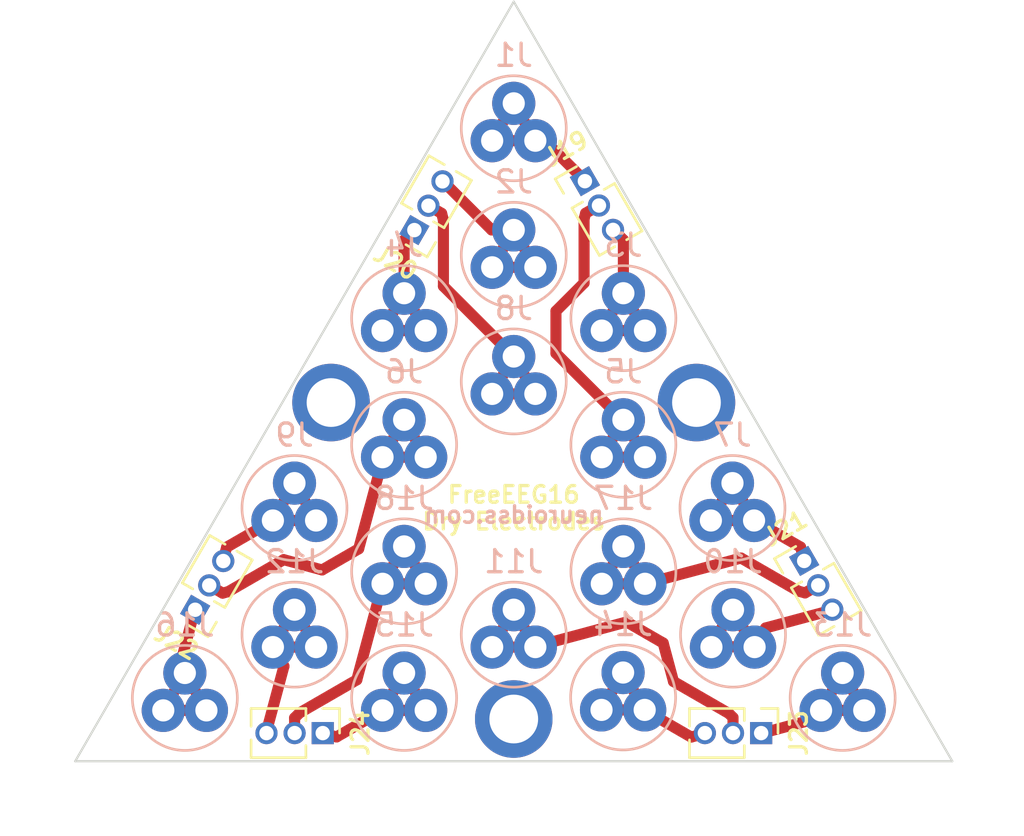
<source format=kicad_pcb>
(kicad_pcb (version 20211014) (generator pcbnew)
  (layers (0 "F.Cu" signal) (31 "B.Cu" signal) (34 "B.Paste" user) (35 "F.Paste" user) (36 "B.SilkS" user "B.Silkscreen") (37 "F.SilkS" user "F.Silkscreen") (38 "B.Mask" user) (39 "F.Mask" user) (44 "Edge.Cuts" user))
  (net 0 "")
  (net 1 "/J1")
  (net 2 "/J2")
  (net 3 "/J3")
  (net 4 "/J4")
  (net 5 "/J5")
  (net 6 "/J6")
  (net 7 "/J8")
  (net 8 "/J10")
  (net 9 "/J11")
  (net 10 "/J12")
  (net 11 "/J13")
  (net 12 "/J14")
  (net 13 "/J15")
  (net 14 "/J16")
  (net 15 "/J17")
  (net 16 "/J18")
  (net 17 "/J9")
  (net 18 "/J7")
  (footprint "MountingHole:MountingHole_2.2mm_M2_ISO7380_Pad" (layer "F.Cu") (at 0 9.525)
    (fp_text reference "REF**" hide)
    (fp_text value "MountingHole_2.2mm_M2_ISO7380_Pad")
    (pad "1" thru_hole circle (at 0 0) (size 3.5 3.5) (drill 2.2) (layers *.Cu *.Mask))
  )
  (footprint "Connector_PinHeader_1.27mm:PinHeader_1x03_P1.27mm_Vertical" (layer "F.Cu") (at -14.383153 4.592352 150)
    (fp_text reference "J22" (at 0 -1.695 150) (layer "F.SilkS") (effects (font (size 0.762 0.762))))
    (fp_text value "Conn_01x03")
    (fp_line (start -1.11 -0.76) (end 0 -0.76) (layer "F.SilkS") (width 0.12))
    (fp_line (start 0.30753 3.235) (end 1.11 3.235) (layer "F.SilkS") (width 0.12))
    (fp_line (start 0.563471 0.76) (end 1.11 0.76) (layer "F.SilkS") (width 0.12))
    (fp_line (start -1.11 0) (end -1.11 -0.76) (layer "F.SilkS") (width 0.12))
    (fp_line (start -1.11 0.76) (end -1.11 3.235) (layer "F.SilkS") (width 0.12))
    (fp_line (start 1.11 0.76) (end 1.11 3.235) (layer "F.SilkS") (width 0.12))
    (fp_line (start -1.11 3.235) (end -0.30753 3.235) (layer "F.SilkS") (width 0.12))
    (fp_line (start -1.11 0.76) (end -0.563471 0.76) (layer "F.SilkS") (width 0.12))
    (pad "1" thru_hole rect (at 0 0 150) (size 1 1) (drill 0.65) (layers *.Cu *.Mask) (net 14 "/J16"))
    (pad "2" thru_hole oval (at 0 1.27 150) (size 1 1) (drill 0.65) (layers *.Cu *.Mask) (net 6 "/J6"))
    (pad "3" thru_hole oval (at 0 2.54 150) (size 1 1) (drill 0.65) (layers *.Cu *.Mask) (net 17 "/J9"))
  )
  (footprint "Connector_PinHeader_1.27mm:PinHeader_1x03_P1.27mm_Vertical" (layer "F.Cu") (at 13.110653 2.388316 30)
    (fp_text reference "J21" (at 0 -1.695 30) (layer "F.SilkS") (effects (font (size 0.762 0.762))))
    (fp_text value "Conn_01x03")
    (fp_line (start 1.11 0.76) (end 1.11 3.235) (layer "F.SilkS") (width 0.12))
    (fp_line (start -1.11 0.76) (end -1.11 3.235) (layer "F.SilkS") (width 0.12))
    (fp_line (start 0.563471 0.76) (end 1.11 0.76) (layer "F.SilkS") (width 0.12))
    (fp_line (start -1.11 0) (end -1.11 -0.76) (layer "F.SilkS") (width 0.12))
    (fp_line (start 0.30753 3.235) (end 1.11 3.235) (layer "F.SilkS") (width 0.12))
    (fp_line (start -1.11 0.76) (end -0.563471 0.76) (layer "F.SilkS") (width 0.12))
    (fp_line (start -1.11 -0.76) (end 0 -0.76) (layer "F.SilkS") (width 0.12))
    (fp_line (start -1.11 3.235) (end -0.30753 3.235) (layer "F.SilkS") (width 0.12))
    (pad "1" thru_hole rect (at 0 0 30) (size 1 1) (drill 0.65) (layers *.Cu *.Mask) (net 18 "/J7"))
    (pad "2" thru_hole oval (at 0 1.27 30) (size 1 1) (drill 0.65) (layers *.Cu *.Mask) (net 15 "/J17"))
    (pad "3" thru_hole oval (at 0 2.54 30) (size 1 1) (drill 0.65) (layers *.Cu *.Mask) (net 8 "/J10"))
  )
  (footprint "Connector_PinHeader_1.27mm:PinHeader_1x03_P1.27mm_Vertical" (layer "F.Cu") (at 3.211983 -14.756683 30)
    (fp_text reference "J19" (at 0 -1.695 30) (layer "F.SilkS") (effects (font (size 0.762 0.762))))
    (fp_text value "Conn_01x03")
    (fp_line (start 0.563471 0.76) (end 1.11 0.76) (layer "F.SilkS") (width 0.12))
    (fp_line (start -1.11 -0.76) (end 0 -0.76) (layer "F.SilkS") (width 0.12))
    (fp_line (start -1.11 0.76) (end -1.11 3.235) (layer "F.SilkS") (width 0.12))
    (fp_line (start -1.11 0.76) (end -0.563471 0.76) (layer "F.SilkS") (width 0.12))
    (fp_line (start 1.11 0.76) (end 1.11 3.235) (layer "F.SilkS") (width 0.12))
    (fp_line (start 0.30753 3.235) (end 1.11 3.235) (layer "F.SilkS") (width 0.12))
    (fp_line (start -1.11 0) (end -1.11 -0.76) (layer "F.SilkS") (width 0.12))
    (fp_line (start -1.11 3.235) (end -0.30753 3.235) (layer "F.SilkS") (width 0.12))
    (pad "1" thru_hole rect (at 0 0 30) (size 1 1) (drill 0.65) (layers *.Cu *.Mask) (net 1 "/J1"))
    (pad "2" thru_hole oval (at 0 1.27 30) (size 1 1) (drill 0.65) (layers *.Cu *.Mask) (net 5 "/J5"))
    (pad "3" thru_hole oval (at 0 2.54 30) (size 1 1) (drill 0.65) (layers *.Cu *.Mask) (net 3 "/J3"))
  )
  (footprint "Connector_PinHeader_1.27mm:PinHeader_1x03_P1.27mm_Vertical" (layer "F.Cu") (at -8.622948 10.16 -90)
    (fp_text reference "J24" (at 0 -1.695 90) (layer "F.SilkS") (effects (font (size 0.762 0.762))))
    (fp_text value "Conn_01x03")
    (fp_line (start 0.563471 0.76) (end 1.11 0.76) (layer "F.SilkS") (width 0.12))
    (fp_line (start -1.11 3.235) (end -0.30753 3.235) (layer "F.SilkS") (width 0.12))
    (fp_line (start -1.11 0.76) (end -0.563471 0.76) (layer "F.SilkS") (width 0.12))
    (fp_line (start -1.11 0) (end -1.11 -0.76) (layer "F.SilkS") (width 0.12))
    (fp_line (start -1.11 -0.76) (end 0 -0.76) (layer "F.SilkS") (width 0.12))
    (fp_line (start 1.11 0.76) (end 1.11 3.235) (layer "F.SilkS") (width 0.12))
    (fp_line (start 0.30753 3.235) (end 1.11 3.235) (layer "F.SilkS") (width 0.12))
    (fp_line (start -1.11 0.76) (end -1.11 3.235) (layer "F.SilkS") (width 0.12))
    (pad "1" thru_hole rect (at 0 0 270) (size 1 1) (drill 0.65) (layers *.Cu *.Mask) (net 13 "/J15"))
    (pad "2" thru_hole oval (at 0 1.27 270) (size 1 1) (drill 0.65) (layers *.Cu *.Mask) (net 16 "/J18"))
    (pad "3" thru_hole oval (at 0 2.54 270) (size 1 1) (drill 0.65) (layers *.Cu *.Mask) (net 10 "/J12"))
  )
  (footprint "Connector_PinHeader_1.27mm:PinHeader_1x03_P1.27mm_Vertical" (layer "F.Cu") (at -4.486983 -12.548317 150)
    (fp_text reference "J20" (at 0 -1.695 150) (layer "F.SilkS") (effects (font (size 0.762 0.762))))
    (fp_text value "Conn_01x03")
    (fp_line (start 0.563471 0.76) (end 1.11 0.76) (layer "F.SilkS") (width 0.12))
    (fp_line (start 0.30753 3.235) (end 1.11 3.235) (layer "F.SilkS") (width 0.12))
    (fp_line (start -1.11 0.76) (end -1.11 3.235) (layer "F.SilkS") (width 0.12))
    (fp_line (start -1.11 -0.76) (end 0 -0.76) (layer "F.SilkS") (width 0.12))
    (fp_line (start 1.11 0.76) (end 1.11 3.235) (layer "F.SilkS") (width 0.12))
    (fp_line (start -1.11 0.76) (end -0.563471 0.76) (layer "F.SilkS") (width 0.12))
    (fp_line (start -1.11 3.235) (end -0.30753 3.235) (layer "F.SilkS") (width 0.12))
    (fp_line (start -1.11 0) (end -1.11 -0.76) (layer "F.SilkS") (width 0.12))
    (pad "1" thru_hole rect (at 0 0 150) (size 1 1) (drill 0.65) (layers *.Cu *.Mask) (net 4 "/J4"))
    (pad "2" thru_hole oval (at 0 1.27 150) (size 1 1) (drill 0.65) (layers *.Cu *.Mask) (net 7 "/J8"))
    (pad "3" thru_hole oval (at 0 2.54 150) (size 1 1) (drill 0.65) (layers *.Cu *.Mask) (net 2 "/J2"))
  )
  (footprint "MountingHole:MountingHole_2.2mm_M2_ISO7380_Pad" (layer "F.Cu") (at -8.248892 -4.7625)
    (fp_text reference "REF**" hide)
    (fp_text value "MountingHole_2.2mm_M2_ISO7380_Pad")
    (pad "1" thru_hole circle (at 0 0) (size 3.5 3.5) (drill 2.2) (layers *.Cu *.Mask))
  )
  (footprint "MountingHole:MountingHole_2.2mm_M2_ISO7380_Pad" (layer "F.Cu") (at 8.248892 -4.7625)
    (fp_text reference "REF**" hide)
    (fp_text value "MountingHole_2.2mm_M2_ISO7380_Pad")
    (pad "1" thru_hole circle (at 0 0) (size 3.5 3.5) (drill 2.2) (layers *.Cu *.Mask))
  )
  (footprint "Connector_PinHeader_1.27mm:PinHeader_1x03_P1.27mm_Vertical" (layer "F.Cu") (at 11.16867 10.16 -90)
    (fp_text reference "J23" (at 0 -1.695 90) (layer "F.SilkS") (effects (font (size 0.762 0.762))))
    (fp_text value "Conn_01x03")
    (fp_line (start -1.11 0.76) (end -0.563471 0.76) (layer "F.SilkS") (width 0.12))
    (fp_line (start 0.30753 3.235) (end 1.11 3.235) (layer "F.SilkS") (width 0.12))
    (fp_line (start 1.11 0.76) (end 1.11 3.235) (layer "F.SilkS") (width 0.12))
    (fp_line (start -1.11 3.235) (end -0.30753 3.235) (layer "F.SilkS") (width 0.12))
    (fp_line (start 0.563471 0.76) (end 1.11 0.76) (layer "F.SilkS") (width 0.12))
    (fp_line (start -1.11 0.76) (end -1.11 3.235) (layer "F.SilkS") (width 0.12))
    (fp_line (start -1.11 -0.76) (end 0 -0.76) (layer "F.SilkS") (width 0.12))
    (fp_line (start -1.11 0) (end -1.11 -0.76) (layer "F.SilkS") (width 0.12))
    (pad "1" thru_hole rect (at 0 0 270) (size 1 1) (drill 0.65) (layers *.Cu *.Mask) (net 11 "/J13"))
    (pad "2" thru_hole oval (at 0 1.27 270) (size 1 1) (drill 0.65) (layers *.Cu *.Mask) (net 9 "/J11"))
    (pad "3" thru_hole oval (at 0 2.54 270) (size 1 1) (drill 0.65) (layers *.Cu *.Mask) (net 12 "/J14"))
  )
  (footprint "freeeeg16:CPA_3_od4.5_d1.95_id1.0" (layer "B.Cu") (at 0 -17.145 180)
    (fp_text reference "J1" (at 0 3.295) (layer "B.SilkS") (effects (justify mirror)))
    (fp_text value "Conn_01x03")
    (fp_circle (center 0 0) (end 0 -2.37) (layer "B.SilkS") (width 0.12) (fill none))
    (pad "1" thru_hole oval (at 0 1.125 180) (size 1.95 1.95) (drill 1) (layers *.Cu *.Mask) (net 1 "/J1"))
    (pad "2" thru_hole oval (at 0.974278 -0.562499 180) (size 1.95 1.95) (drill 1) (layers *.Cu *.Mask) (net 1 "/J1"))
    (pad "3" thru_hole oval (at -0.974278 -0.5625 180) (size 1.95 1.95) (drill 1) (layers *.Cu *.Mask) (net 1 "/J1"))
  )
  (footprint "freeeeg16:CPA_3_od4.5_d1.95_id1.0" (layer "B.Cu") (at -4.949335 -8.5725 180)
    (fp_text reference "J4" (at 0 3.295) (layer "B.SilkS") (effects (justify mirror)))
    (fp_text value "Conn_01x03")
    (fp_circle (center 0 0) (end 0 -2.37) (layer "B.SilkS") (width 0.12) (fill none))
    (pad "1" thru_hole oval (at 0 1.125 180) (size 1.95 1.95) (drill 1) (layers *.Cu *.Mask) (net 4 "/J4"))
    (pad "2" thru_hole oval (at 0.974278 -0.562499 180) (size 1.95 1.95) (drill 1) (layers *.Cu *.Mask) (net 4 "/J4"))
    (pad "3" thru_hole oval (at -0.974278 -0.5625 180) (size 1.95 1.95) (drill 1) (layers *.Cu *.Mask) (net 4 "/J4"))
  )
  (footprint "freeeeg16:CPA_3_od4.5_d1.95_id1.0" (layer "B.Cu") (at 4.937059 8.551238 180)
    (fp_text reference "J14" (at 0 3.295) (layer "B.SilkS") (effects (justify mirror)))
    (fp_text value "Conn_01x03")
    (fp_circle (center 0 0) (end 0 -2.37) (layer "B.SilkS") (width 0.12) (fill none))
    (pad "1" thru_hole oval (at 0 1.125 180) (size 1.95 1.95) (drill 1) (layers *.Cu *.Mask) (net 12 "/J14"))
    (pad "2" thru_hole oval (at 0.974278 -0.562499 180) (size 1.95 1.95) (drill 1) (layers *.Cu *.Mask) (net 12 "/J14"))
    (pad "3" thru_hole oval (at -0.974278 -0.5625 180) (size 1.95 1.95) (drill 1) (layers *.Cu *.Mask) (net 12 "/J14"))
  )
  (footprint "freeeeg16:CPA_3_od4.5_d1.95_id1.0" (layer "B.Cu") (at 4.949335 -8.5725 180)
    (fp_text reference "J3" (at 0 3.295) (layer "B.SilkS") (effects (justify mirror)))
    (fp_text value "Conn_01x03")
    (fp_circle (center 0 0) (end 0 -2.37) (layer "B.SilkS") (width 0.12) (fill none))
    (pad "1" thru_hole oval (at 0 1.125 180) (size 1.95 1.95) (drill 1) (layers *.Cu *.Mask) (net 3 "/J3"))
    (pad "2" thru_hole oval (at 0.974278 -0.562499 180) (size 1.95 1.95) (drill 1) (layers *.Cu *.Mask) (net 3 "/J3"))
    (pad "3" thru_hole oval (at -0.974278 -0.5625 180) (size 1.95 1.95) (drill 1) (layers *.Cu *.Mask) (net 3 "/J3"))
  )
  (footprint "freeeeg16:CPA_3_od4.5_d1.95_id1.0" (layer "B.Cu") (at 9.89867 5.715 180)
    (fp_text reference "J10" (at 0 3.295) (layer "B.SilkS") (effects (justify mirror)))
    (fp_text value "Conn_01x03")
    (fp_circle (center 0 0) (end 0 -2.37) (layer "B.SilkS") (width 0.12) (fill none))
    (pad "1" thru_hole oval (at 0 1.125 180) (size 1.95 1.95) (drill 1) (layers *.Cu *.Mask) (net 8 "/J10"))
    (pad "2" thru_hole oval (at 0.974278 -0.562499 180) (size 1.95 1.95) (drill 1) (layers *.Cu *.Mask) (net 8 "/J10"))
    (pad "3" thru_hole oval (at -0.974278 -0.5625 180) (size 1.95 1.95) (drill 1) (layers *.Cu *.Mask) (net 8 "/J10"))
  )
  (footprint "freeeeg16:CPA_3_od4.5_d1.95_id1.0" (layer "B.Cu") (at -4.949335 2.8575 180)
    (fp_text reference "J18" (at 0 3.295) (layer "B.SilkS") (effects (justify mirror)))
    (fp_text value "Conn_01x03")
    (fp_circle (center 0 0) (end 0 -2.37) (layer "B.SilkS") (width 0.12) (fill none))
    (pad "1" thru_hole oval (at 0 1.125 180) (size 1.95 1.95) (drill 1) (layers *.Cu *.Mask) (net 16 "/J18"))
    (pad "2" thru_hole oval (at 0.974278 -0.562499 180) (size 1.95 1.95) (drill 1) (layers *.Cu *.Mask) (net 16 "/J18"))
    (pad "3" thru_hole oval (at -0.974278 -0.5625 180) (size 1.95 1.95) (drill 1) (layers *.Cu *.Mask) (net 16 "/J18"))
  )
  (footprint "freeeeg16:CPA_3_od4.5_d1.95_id1.0" (layer "B.Cu") (at 4.949335 -2.8575 180)
    (fp_text reference "J5" (at 0 3.295) (layer "B.SilkS") (effects (justify mirror)))
    (fp_text value "Conn_01x03")
    (fp_circle (center 0 0) (end 0 -2.37) (layer "B.SilkS") (width 0.12) (fill none))
    (pad "1" thru_hole oval (at 0 1.125 180) (size 1.95 1.95) (drill 1) (layers *.Cu *.Mask) (net 5 "/J5"))
    (pad "2" thru_hole oval (at 0.974278 -0.562499 180) (size 1.95 1.95) (drill 1) (layers *.Cu *.Mask) (net 5 "/J5"))
    (pad "3" thru_hole oval (at -0.974278 -0.5625 180) (size 1.95 1.95) (drill 1) (layers *.Cu *.Mask) (net 5 "/J5"))
  )
  (footprint "freeeeg16:CPA_3_od4.5_d1.95_id1.0" (layer "B.Cu") (at 0 -11.43 180)
    (fp_text reference "J2" (at 0 3.295) (layer "B.SilkS") (effects (justify mirror)))
    (fp_text value "Conn_01x03")
    (fp_circle (center 0 0) (end 0 -2.37) (layer "B.SilkS") (width 0.12) (fill none))
    (pad "1" thru_hole oval (at 0 1.125 180) (size 1.95 1.95) (drill 1) (layers *.Cu *.Mask) (net 2 "/J2"))
    (pad "2" thru_hole oval (at 0.974278 -0.562499 180) (size 1.95 1.95) (drill 1) (layers *.Cu *.Mask) (net 2 "/J2"))
    (pad "3" thru_hole oval (at -0.974278 -0.5625 180) (size 1.95 1.95) (drill 1) (layers *.Cu *.Mask) (net 2 "/J2"))
  )
  (footprint "freeeeg16:CPA_3_od4.5_d1.95_id1.0" (layer "B.Cu") (at -14.848006 8.5725 180)
    (fp_text reference "J16" (at 0 3.295) (layer "B.SilkS") (effects (justify mirror)))
    (fp_text value "Conn_01x03")
    (fp_circle (center 0 0) (end 0 -2.37) (layer "B.SilkS") (width 0.12) (fill none))
    (pad "1" thru_hole oval (at 0 1.125 180) (size 1.95 1.95) (drill 1) (layers *.Cu *.Mask) (net 14 "/J16"))
    (pad "2" thru_hole oval (at 0.974278 -0.562499 180) (size 1.95 1.95) (drill 1) (layers *.Cu *.Mask) (net 14 "/J16"))
    (pad "3" thru_hole oval (at -0.974278 -0.5625 180) (size 1.95 1.95) (drill 1) (layers *.Cu *.Mask) (net 14 "/J16"))
  )
  (footprint "freeeeg16:CPA_3_od4.5_d1.95_id1.0" (layer "B.Cu") (at -4.949335 -2.8575 180)
    (fp_text reference "J6" (at 0 3.295) (layer "B.SilkS") (effects (justify mirror)))
    (fp_text value "Conn_01x03")
    (fp_circle (center 0 0) (end 0 -2.37) (layer "B.SilkS") (width 0.12) (fill none))
    (pad "1" thru_hole oval (at 0 1.125 180) (size 1.95 1.95) (drill 1) (layers *.Cu *.Mask) (net 6 "/J6"))
    (pad "2" thru_hole oval (at 0.974278 -0.562499 180) (size 1.95 1.95) (drill 1) (layers *.Cu *.Mask) (net 6 "/J6"))
    (pad "3" thru_hole oval (at -0.974278 -0.5625 180) (size 1.95 1.95) (drill 1) (layers *.Cu *.Mask) (net 6 "/J6"))
  )
  (footprint "freeeeg16:CPA_3_od4.5_d1.95_id1.0" (layer "B.Cu") (at -9.89867 5.715 180)
    (fp_text reference "J12" (at 0 3.295) (layer "B.SilkS") (effects (justify mirror)))
    (fp_text value "Conn_01x03")
    (fp_circle (center 0 0) (end 0 -2.37) (layer "B.SilkS") (width 0.12) (fill none))
    (pad "1" thru_hole oval (at 0 1.125 180) (size 1.95 1.95) (drill 1) (layers *.Cu *.Mask) (net 10 "/J12"))
    (pad "2" thru_hole oval (at 0.974278 -0.562499 180) (size 1.95 1.95) (drill 1) (layers *.Cu *.Mask) (net 10 "/J12"))
    (pad "3" thru_hole oval (at -0.974278 -0.5625 180) (size 1.95 1.95) (drill 1) (layers *.Cu *.Mask) (net 10 "/J12"))
  )
  (footprint "freeeeg16:CPA_3_od4.5_d1.95_id1.0" (layer "B.Cu") (at 9.874119 0 180)
    (fp_text reference "J7" (at 0 3.295) (layer "B.SilkS") (effects (justify mirror)))
    (fp_text value "Conn_01x03")
    (fp_circle (center 0 0) (end 0 -2.37) (layer "B.SilkS") (width 0.12) (fill none))
    (pad "1" thru_hole oval (at 0 1.125 180) (size 1.95 1.95) (drill 1) (layers *.Cu *.Mask) (net 18 "/J7"))
    (pad "2" thru_hole oval (at 0.974278 -0.562499 180) (size 1.95 1.95) (drill 1) (layers *.Cu *.Mask) (net 18 "/J7"))
    (pad "3" thru_hole oval (at -0.974278 -0.5625 180) (size 1.95 1.95) (drill 1) (layers *.Cu *.Mask) (net 18 "/J7"))
  )
  (footprint "freeeeg16:CPA_3_od4.5_d1.95_id1.0" (layer "B.Cu") (at 4.949335 2.8575 180)
    (fp_text reference "J17" (at 0 3.295) (layer "B.SilkS") (effects (justify mirror)))
    (fp_text value "Conn_01x03")
    (fp_circle (center 0 0) (end 0 -2.37) (layer "B.SilkS") (width 0.12) (fill none))
    (pad "1" thru_hole oval (at 0 1.125 180) (size 1.95 1.95) (drill 1) (layers *.Cu *.Mask) (net 15 "/J17"))
    (pad "2" thru_hole oval (at 0.974278 -0.562499 180) (size 1.95 1.95) (drill 1) (layers *.Cu *.Mask) (net 15 "/J17"))
    (pad "3" thru_hole oval (at -0.974278 -0.5625 180) (size 1.95 1.95) (drill 1) (layers *.Cu *.Mask) (net 15 "/J17"))
  )
  (footprint "freeeeg16:CPA_3_od4.5_d1.95_id1.0" (layer "B.Cu") (at 0 -5.715 180)
    (fp_text reference "J8" (at 0 3.295) (layer "B.SilkS") (effects (justify mirror)))
    (fp_text value "Conn_01x03")
    (fp_circle (center 0 0) (end 0 -2.37) (layer "B.SilkS") (width 0.12) (fill none))
    (pad "1" thru_hole oval (at 0 1.125 180) (size 1.95 1.95) (drill 1) (layers *.Cu *.Mask) (net 7 "/J8"))
    (pad "2" thru_hole oval (at 0.974278 -0.562499 180) (size 1.95 1.95) (drill 1) (layers *.Cu *.Mask) (net 7 "/J8"))
    (pad "3" thru_hole oval (at -0.974278 -0.5625 180) (size 1.95 1.95) (drill 1) (layers *.Cu *.Mask) (net 7 "/J8"))
  )
  (footprint "freeeeg16:CPA_3_od4.5_d1.95_id1.0" (layer "B.Cu") (at -4.949335 8.5725 180)
    (fp_text reference "J15" (at 0 3.295) (layer "B.SilkS") (effects (justify mirror)))
    (fp_text value "Conn_01x03")
    (fp_circle (center 0 0) (end 0 -2.37) (layer "B.SilkS") (width 0.12) (fill none))
    (pad "1" thru_hole oval (at 0 1.125 180) (size 1.95 1.95) (drill 1) (layers *.Cu *.Mask) (net 13 "/J15"))
    (pad "2" thru_hole oval (at 0.974278 -0.562499 180) (size 1.95 1.95) (drill 1) (layers *.Cu *.Mask) (net 13 "/J15"))
    (pad "3" thru_hole oval (at -0.974278 -0.5625 180) (size 1.95 1.95) (drill 1) (layers *.Cu *.Mask) (net 13 "/J15"))
  )
  (footprint "freeeeg16:CPA_3_od4.5_d1.95_id1.0" (layer "B.Cu") (at 14.848006 8.5725 180)
    (fp_text reference "J13" (at 0 3.295) (layer "B.SilkS") (effects (justify mirror)))
    (fp_text value "Conn_01x03")
    (fp_circle (center 0 0) (end 0 -2.37) (layer "B.SilkS") (width 0.12) (fill none))
    (pad "1" thru_hole oval (at 0 1.125 180) (size 1.95 1.95) (drill 1) (layers *.Cu *.Mask) (net 11 "/J13"))
    (pad "2" thru_hole oval (at 0.974278 -0.562499 180) (size 1.95 1.95) (drill 1) (layers *.Cu *.Mask) (net 11 "/J13"))
    (pad "3" thru_hole oval (at -0.974278 -0.5625 180) (size 1.95 1.95) (drill 1) (layers *.Cu *.Mask) (net 11 "/J13"))
  )
  (footprint "freeeeg16:CPA_3_od4.5_d1.95_id1.0" (layer "B.Cu") (at -9.89867 0 180)
    (fp_text reference "J9" (at 0 3.295) (layer "B.SilkS") (effects (justify mirror)))
    (fp_text value "Conn_01x03")
    (fp_circle (center 0 0) (end 0 -2.37) (layer "B.SilkS") (width 0.12) (fill none))
    (pad "1" thru_hole oval (at 0 1.125 180) (size 1.95 1.95) (drill 1) (layers *.Cu *.Mask) (net 17 "/J9"))
    (pad "2" thru_hole oval (at 0.974278 -0.562499 180) (size 1.95 1.95) (drill 1) (layers *.Cu *.Mask) (net 17 "/J9"))
    (pad "3" thru_hole oval (at -0.974278 -0.5625 180) (size 1.95 1.95) (drill 1) (layers *.Cu *.Mask) (net 17 "/J9"))
  )
  (footprint "freeeeg16:CPA_3_od4.5_d1.95_id1.0" (layer "B.Cu") (at 0 5.715 180)
    (fp_text reference "J11" (at 0 3.295) (layer "B.SilkS") (effects (justify mirror)))
    (fp_text value "Conn_01x03")
    (fp_circle (center 0 0) (end 0 -2.37) (layer "B.SilkS") (width 0.12) (fill none))
    (pad "1" thru_hole oval (at 0 1.125 180) (size 1.95 1.95) (drill 1) (layers *.Cu *.Mask) (net 9 "/J11"))
    (pad "2" thru_hole oval (at 0.974278 -0.562499 180) (size 1.95 1.95) (drill 1) (layers *.Cu *.Mask) (net 9 "/J11"))
    (pad "3" thru_hole oval (at -0.974278 -0.5625 180) (size 1.95 1.95) (drill 1) (layers *.Cu *.Mask) (net 9 "/J11"))
  )
  (gr_line (start -19.797341 11.43) (end 19.797341 11.43) (layer "Edge.Cuts") (width 0.1))
  (gr_line (start 19.797341 11.43) (end 0 -22.86) (layer "Edge.Cuts") (width 0.1))
  (gr_line (start 0 -22.86) (end -19.797341 11.43) (layer "Edge.Cuts") (width 0.1))
  (gr_text "neuroidss.com" (at 0 0.3048) (layer "B.SilkS") (effects (font (size 0.75 0.75)) (justify mirror)))
  (gr_text "FreeEEG16\nDry Electrodes" (at 0 0) (layer "F.SilkS") (effects (font (size 0.75 0.75))))
  (segment (start 0.974277 -16.5825) (end 0 -18.270001) (width 0.5) (layer "F.Cu") (net 1))
  (segment (start -0.974278 -16.582501) (end 0.974277 -16.5825) (width 0.5) (layer "F.Cu") (net 1))
  (segment (start 0.974277 -16.5825) (end 1.403645 -16.5825) (width 0.5) (layer "F.Cu") (net 1))
  (segment (start 0 -18.270001) (end -0.974278 -16.582502) (width 0.5) (layer "F.Cu") (net 1))
  (segment (start 1.403645 -16.5825) (end 3.188106 -14.798039) (width 0.5) (layer "F.Cu") (net 1))
  (segment (start 0.974278 -10.8675) (end 0 -12.555) (width 0.5) (layer "F.Cu") (net 2))
  (segment (start -0.974278 -10.867501) (end 0.974278 -10.8675) (width 0.5) (layer "F.Cu") (net 2))
  (segment (start 0 -12.555) (end -0.998074 -12.555) (width 0.5) (layer "F.Cu") (net 2))
  (segment (start 0 -12.555) (end -0.974278 -10.867501) (width 0.5) (layer "F.Cu") (net 2))
  (segment (start -0.998074 -12.555) (end -3.207508 -14.764435) (width 0.5) (layer "F.Cu") (net 2))
  (segment (start 4.949335 -12.107105) (end 4.458106 -12.598334) (width 0.5) (layer "F.Cu") (net 3))
  (segment (start 5.923613 -8.01) (end 4.949335 -9.6975) (width 0.5) (layer "F.Cu") (net 3))
  (segment (start 4.949335 -9.6975) (end 3.975057 -8.010001) (width 0.5) (layer "F.Cu") (net 3))
  (segment (start 3.975057 -8.010001) (end 5.923613 -8.01) (width 0.5) (layer "F.Cu") (net 3))
  (segment (start 4.949335 -9.6975) (end 4.949335 -12.107105) (width 0.5) (layer "F.Cu") (net 3))
  (segment (start -5.923613 -8.010001) (end -3.975057 -8.01) (width 0.5) (layer "F.Cu") (net 4))
  (segment (start -4.949335 -9.6975) (end -5.923613 -8.010001) (width 0.5) (layer "F.Cu") (net 4))
  (segment (start -4.949335 -12.092903) (end -4.477508 -12.56473) (width 0.5) (layer "F.Cu") (net 4))
  (segment (start -4.949335 -9.6975) (end -4.949335 -12.092903) (width 0.5) (layer "F.Cu") (net 4))
  (segment (start -3.975058 -8.009999) (end -4.949335 -9.6975) (width 0.5) (layer "F.Cu") (net 4))
  (segment (start 3.24435 -13.308901) (end 3.175 -13.050081) (width 0.5) (layer "F.Cu") (net 5))
  (segment (start 3.975057 -2.295001) (end 5.923613 -2.295) (width 0.5) (layer "F.Cu") (net 5))
  (segment (start 1.905 -8.89) (end 3.175 -10.16) (width 0.5) (layer "F.Cu") (net 5))
  (segment (start 3.846983 -13.656831) (end 3.24435 -13.308901) (width 0.5) (layer "F.Cu") (net 5))
  (segment (start 4.949335 -3.9825) (end 3.975057 -2.295001) (width 0.5) (layer "F.Cu") (net 5))
  (segment (start 3.175 -10.16) (end 3.175 -13.050081) (width 0.5) (layer "F.Cu") (net 5))
  (segment (start 5.923613 -2.295) (end 4.949335 -3.9825) (width 0.5) (layer "F.Cu") (net 5))
  (segment (start 4.9075 -3.9825) (end 1.904999 -6.985) (width 0.5) (layer "F.Cu") (net 5))
  (segment (start 1.904999 -6.985) (end 1.905 -8.89) (width 0.5) (layer "F.Cu") (net 5))
  (segment (start 4.949335 -3.9825) (end 4.9075 -3.9825) (width 0.5) (layer "F.Cu") (net 5))
  (segment (start -5.902696 -2.25877) (end -7.001687 1.842722) (width 0.5) (layer "F.Cu") (net 6))
  (segment (start -3.975058 -2.295) (end -4.949335 -3.9825) (width 0.5) (layer "F.Cu") (net 6))
  (segment (start -4.949335 -3.9825) (end -5.923613 -2.295001) (width 0.5) (layer "F.Cu") (net 6))
  (segment (start -10.386318 2.330369) (end -12.889202 3.77541) (width 0.5) (layer "F.Cu") (net 6))
  (segment (start -5.923614 -2.295) (end -5.902696 -2.25877) (width 0.5) (layer "F.Cu") (net 6))
  (segment (start -7.001687 1.842722) (end -8.651466 2.795222) (width 0.5) (layer "F.Cu") (net 6))
  (segment (start -13.14119 3.84293) (end -12.889202 3.77541) (width 0.5) (layer "F.Cu") (net 6))
  (segment (start -5.923613 -2.295001) (end -3.975057 -2.295) (width 0.5) (layer "F.Cu") (net 6))
  (segment (start -8.651466 2.795222) (end -10.386318 2.330369) (width 0.5) (layer "F.Cu") (net 6))
  (segment (start -13.748153 3.4925) (end -13.14119 3.84293) (width 0.5) (layer "F.Cu") (net 6))
  (segment (start 0.974278 -5.1525) (end 0 -6.84) (width 0.5) (layer "F.Cu") (net 7))
  (segment (start -3.175001 -10.015) (end -3.175 -12.997074) (width 0.5) (layer "F.Cu") (net 7))
  (segment (start 0 -6.84) (end -0.974278 -5.152501) (width 0.5) (layer "F.Cu") (net 7))
  (segment (start -0.974278 -5.152501) (end 0.974278 -5.1525) (width 0.5) (layer "F.Cu") (net 7))
  (segment (start -3.851983 -13.64817) (end -3.257493 -13.304941) (width 0.5) (layer "F.Cu") (net 7))
  (segment (start 0 -6.84) (end -3.175001 -10.015) (width 0.5) (layer "F.Cu") (net 7))
  (segment (start -3.257493 -13.304941) (end -3.175 -12.997074) (width 0.5) (layer "F.Cu") (net 7))
  (segment (start 11.371986 5.413143) (end 14.39013 4.604434) (width 0.5) (layer "F.Cu") (net 8))
  (segment (start 10.872949 6.2775) (end 11.371986 5.413143) (width 0.5) (layer "F.Cu") (net 8))
  (segment (start 10.848396 6.263325) (end 9.874119 4.575825) (width 0.5) (layer "F.Cu") (net 8))
  (segment (start 9.874119 4.575825) (end 8.899841 6.263324) (width 0.5) (layer "F.Cu") (net 8))
  (segment (start 8.899841 6.263324) (end 10.848397 6.263325) (width 0.5) (layer "F.Cu") (net 8))
  (segment (start 7.211318 7.829631) (end 9.714202 9.274671) (width 0.5) (layer "F.Cu") (net 9))
  (segment (start -0.974278 6.277499) (end 0.974278 6.277499) (width 0.5) (layer "F.Cu") (net 9))
  (segment (start 0.974279 6.2775) (end 0.995196 6.24127) (width 0.5) (layer "F.Cu") (net 9))
  (segment (start 5.096688 5.142278) (end 6.746466 6.094778) (width 0.5) (layer "F.Cu") (net 9))
  (segment (start 0.000001 4.589999) (end -0.974277 6.277498) (width 0.5) (layer "F.Cu") (net 9))
  (segment (start 0.995196 6.24127) (end 5.096688 5.142278) (width 0.5) (layer "F.Cu") (net 9))
  (segment (start 9.89867 9.459139) (end 9.714202 9.274671) (width 0.5) (layer "F.Cu") (net 9))
  (segment (start 6.746466 6.094778) (end 7.211318 7.829631) (width 0.5) (layer "F.Cu") (net 9))
  (segment (start 0.974277 6.2775) (end -0.000001 4.589999) (width 0.5) (layer "F.Cu") (net 9))
  (segment (start 9.89867 10.16) (end 9.89867 9.459139) (width 0.5) (layer "F.Cu") (net 9))
  (segment (start -10.872948 6.277499) (end -8.924392 6.277499) (width 0.5) (layer "F.Cu") (net 10))
  (segment (start -8.924393 6.2775) (end -9.898671 4.59) (width 0.5) (layer "F.Cu") (net 10))
  (segment (start -9.89867 4.589999) (end -10.872948 6.277498) (width 0.5) (layer "F.Cu") (net 10))
  (segment (start -10.373912 7.141857) (end -11.182622 10.160001) (width 0.5) (layer "F.Cu") (net 10))
  (segment (start -10.872949 6.2775) (end -10.373912 7.141857) (width 0.5) (layer "F.Cu") (net 10))
  (segment (start 13.873728 9.134999) (end 13.659044 9.506842) (width 0.5) (layer "F.Cu") (net 11))
  (segment (start 13.659044 9.506842) (end 11.221425 10.16) (width 0.5) (layer "F.Cu") (net 11))
  (segment (start 15.822283 9.135) (end 14.848006 7.4475) (width 0.5) (layer "F.Cu") (net 11))
  (segment (start 14.848006 7.4475) (end 13.873728 9.134999) (width 0.5) (layer "F.Cu") (net 11))
  (segment (start 13.873728 9.134999) (end 15.822284 9.135) (width 0.5) (layer "F.Cu") (net 11))
  (segment (start 3.962782 9.113737) (end 5.911337 9.113738) (width 0.5) (layer "F.Cu") (net 12))
  (segment (start 5.923614 9.135) (end 8.010393 10.339802) (width 0.5) (layer "F.Cu") (net 12))
  (segment (start 5.911337 9.113738) (end 4.93706 7.426238) (width 0.5) (layer "F.Cu") (net 12))
  (segment (start 8.010393 10.339802) (end 8.681424 10.16) (width 0.5) (layer "F.Cu") (net 12))
  (segment (start 4.93706 7.426238) (end 3.962782 9.113737) (width 0.5) (layer "F.Cu") (net 12))
  (segment (start -4.949335 7.447499) (end -5.923613 9.134998) (width 0.5) (layer "F.Cu") (net 13))
  (segment (start -3.975058 9.135) (end -4.949335 7.447499) (width 0.5) (layer "F.Cu") (net 13))
  (segment (start -7.998094 10.332701) (end -8.642621 10.160001) (width 0.5) (layer "F.Cu") (net 13))
  (segment (start -5.923614 9.135) (end -7.998094 10.332701) (width 0.5) (layer "F.Cu") (net 13))
  (segment (start -5.923613 9.134999) (end -3.975057 9.135001) (width 0.5) (layer "F.Cu") (net 13))
  (segment (start -14.848005 7.447501) (end -15.062689 7.075658) (width 0.5) (layer "F.Cu") (net 14))
  (segment (start -15.062689 7.075658) (end -14.409531 4.638039) (width 0.5) (layer "F.Cu") (net 14))
  (segment (start -13.873728 9.135) (end -14.848006 7.4475) (width 0.5) (layer "F.Cu") (net 14))
  (segment (start -15.822284 9.134999) (end -13.873728 9.135) (width 0.5) (layer "F.Cu") (net 14))
  (segment (start -14.848006 7.4475) (end -15.822284 9.134999) (width 0.5) (layer "F.Cu") (net 14))
  (segment (start 10.260745 2.257868) (end 12.843296 3.748906) (width 0.5) (layer "F.Cu") (net 15))
  (segment (start 13.151162 3.831398) (end 12.843296 3.748906) (width 0.5) (layer "F.Cu") (net 15))
  (segment (start 13.745653 3.488169) (end 13.151162 3.831398) (width 0.5) (layer "F.Cu") (net 15))
  (segment (start 4.949335 1.732499) (end 3.975057 3.419998) (width 0.5) (layer "F.Cu") (net 15))
  (segment (start 5.923614 3.42) (end 10.260745 2.257868) (width 0.5) (layer "F.Cu") (net 15))
  (segment (start 3.975057 3.419999) (end 5.923613 3.42) (width 0.5) (layer "F.Cu") (net 15))
  (segment (start 5.923613 3.42) (end 4.949335 1.732499) (width 0.5) (layer "F.Cu") (net 15))
  (segment (start -5.923614 3.42) (end -7.085744 7.757132) (width 0.5) (layer "F.Cu") (net 16))
  (segment (start -3.975058 3.42) (end -4.949335 1.732501) (width 0.5) (layer "F.Cu") (net 16))
  (segment (start -9.892948 10.16) (end -9.892948 9.47282) (width 0.5) (layer "F.Cu") (net 16))
  (segment (start -5.923613 3.419999) (end -3.975057 3.419999) (width 0.5) (layer "F.Cu") (net 16))
  (segment (start -9.892948 9.47282) (end -9.668296 9.248168) (width 0.5) (layer "F.Cu") (net 16))
  (segment (start -7.085744 7.757132) (end -9.668296 9.248168) (width 0.5) (layer "F.Cu") (net 16))
  (segment (start -4.949335 1.732499) (end -5.923613 3.419998) (width 0.5) (layer "F.Cu") (net 16))
  (segment (start -12.959728 1.767303) (end -13.13953 2.438334) (width 0.5) (layer "F.Cu") (net 17))
  (segment (start -10.872949 0.5625) (end -12.959728 1.767303) (width 0.5) (layer "F.Cu") (net 17))
  (segment (start -8.924393 0.5625) (end -9.89867 -1.125001) (width 0.5) (layer "F.Cu") (net 17))
  (segment (start -10.872948 0.562498) (end -8.924392 0.5625) (width 0.5) (layer "F.Cu") (net 17))
  (segment (start -9.89867 -1.125001) (end -10.872948 0.562498) (width 0.5) (layer "F.Cu") (net 17))
  (segment (start 8.899841 0.562499) (end 10.848397 0.5625) (width 0.5) (layer "F.Cu") (net 18))
  (segment (start 12.947429 1.760202) (end 13.120129 2.404729) (width 0.5) (layer "F.Cu") (net 18))
  (segment (start 10.872949 0.5625) (end 12.947429 1.760202) (width 0.5) (layer "F.Cu") (net 18))
  (segment (start 10.848397 0.5625) (end 9.874119 -1.125) (width 0.5) (layer "F.Cu") (net 18))
  (segment (start 9.874119 -1.125) (end 8.899841 0.562499) (width 0.5) (layer "F.Cu") (net 18))
)
</source>
